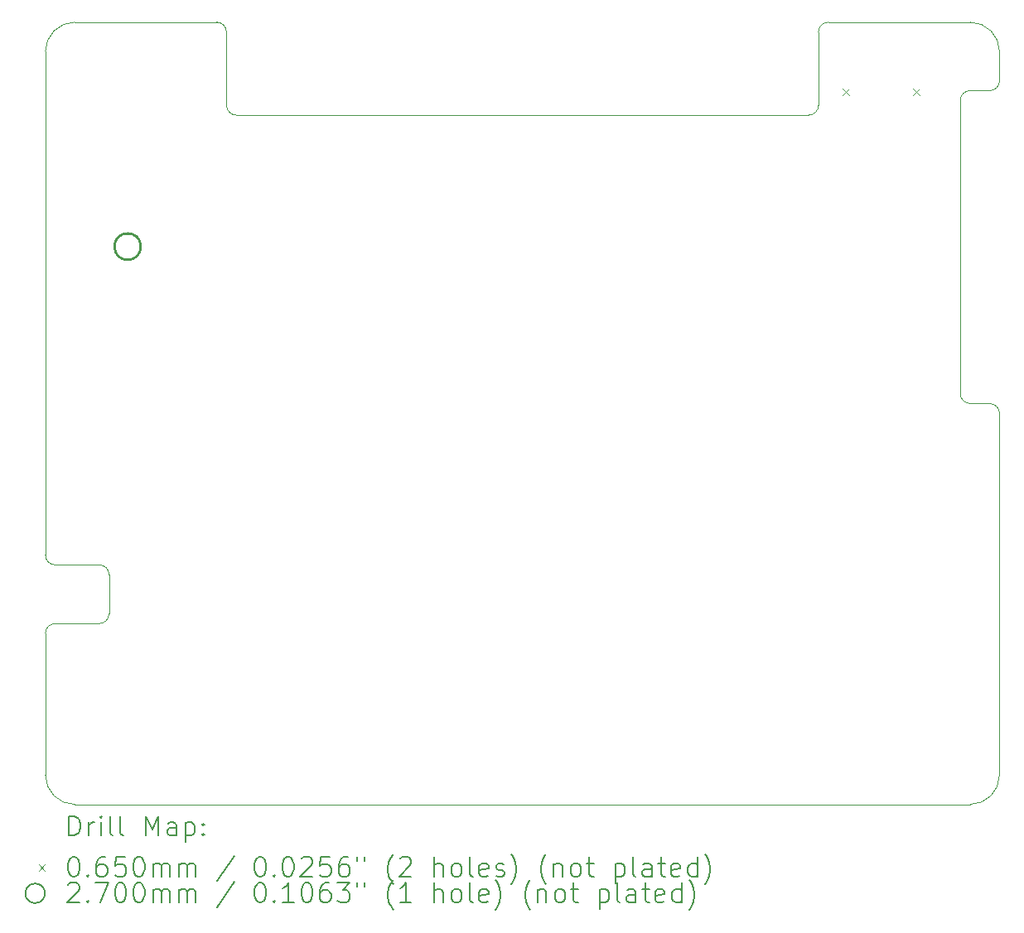
<source format=gbr>
%TF.GenerationSoftware,KiCad,Pcbnew,7.0.1*%
%TF.CreationDate,2023-06-08T02:50:05+01:00*%
%TF.ProjectId,DE10-lite_shield,44453130-2d6c-4697-9465-5f736869656c,rev?*%
%TF.SameCoordinates,Original*%
%TF.FileFunction,Drillmap*%
%TF.FilePolarity,Positive*%
%FSLAX45Y45*%
G04 Gerber Fmt 4.5, Leading zero omitted, Abs format (unit mm)*
G04 Created by KiCad (PCBNEW 7.0.1) date 2023-06-08 02:50:05*
%MOMM*%
%LPD*%
G01*
G04 APERTURE LIST*
%ADD10C,0.100000*%
%ADD11C,0.200000*%
%ADD12C,0.065000*%
%ADD13C,0.270000*%
G04 APERTURE END LIST*
D10*
X17800000Y-5950000D02*
G75*
G03*
X17900000Y-5850000I0J100000D01*
G01*
X19450000Y-5700000D02*
G75*
G03*
X19350000Y-5800000I0J-100000D01*
G01*
X19750000Y-12700000D02*
X19750000Y-9000000D01*
X10100000Y-10550000D02*
X10550000Y-10550000D01*
X17900000Y-5100000D02*
X17900000Y-5850000D01*
X19450000Y-13000000D02*
G75*
G03*
X19750000Y-12700000I0J300000D01*
G01*
X11850000Y-5100000D02*
G75*
G03*
X11750000Y-5000000I-100000J0D01*
G01*
X18000000Y-5000000D02*
G75*
G03*
X17900000Y-5100000I0J-100000D01*
G01*
X19650000Y-8900000D02*
X19450000Y-8900000D01*
X11850000Y-5850000D02*
G75*
G03*
X11950000Y-5950000I100000J0D01*
G01*
X10100000Y-11150000D02*
G75*
G03*
X10000000Y-11250000I0J-100000D01*
G01*
X19750000Y-9000000D02*
G75*
G03*
X19650000Y-8900000I-100000J0D01*
G01*
X10000000Y-5300000D02*
X10000000Y-10450000D01*
X19450000Y-5000000D02*
X18000000Y-5000000D01*
X19350000Y-8800000D02*
G75*
G03*
X19450000Y-8900000I100000J0D01*
G01*
X11750000Y-5000000D02*
X10300000Y-5000000D01*
X19450000Y-5700000D02*
X19650000Y-5700000D01*
X19750000Y-5300000D02*
G75*
G03*
X19450000Y-5000000I-300000J0D01*
G01*
X10300000Y-13000000D02*
X19450000Y-13000000D01*
X10650000Y-10650000D02*
G75*
G03*
X10550000Y-10550000I-100000J0D01*
G01*
X11850000Y-5850000D02*
X11850000Y-5100000D01*
X10000000Y-10450000D02*
G75*
G03*
X10100000Y-10550000I100000J0D01*
G01*
X19350000Y-8800000D02*
X19350000Y-5800000D01*
X10000000Y-12700000D02*
G75*
G03*
X10300000Y-13000000I300000J0D01*
G01*
X19650000Y-5700000D02*
G75*
G03*
X19750000Y-5600000I0J100000D01*
G01*
X17800000Y-5950000D02*
X11950000Y-5950000D01*
X10300000Y-5000000D02*
G75*
G03*
X10000000Y-5300000I0J-300000D01*
G01*
X10000000Y-11250000D02*
X10000000Y-12700000D01*
X10550000Y-11150000D02*
G75*
G03*
X10650000Y-11050000I0J100000D01*
G01*
X10550000Y-11150000D02*
X10100000Y-11150000D01*
X19750000Y-5600000D02*
X19750000Y-5300000D01*
X10650000Y-10650000D02*
X10650000Y-11050000D01*
D11*
D12*
X18147500Y-5681500D02*
X18212500Y-5746500D01*
X18212500Y-5681500D02*
X18147500Y-5746500D01*
X18867500Y-5681500D02*
X18932500Y-5746500D01*
X18932500Y-5681500D02*
X18867500Y-5746500D01*
D13*
X10975000Y-7295000D02*
G75*
G03*
X10975000Y-7295000I-135000J0D01*
G01*
D11*
X10242619Y-13317524D02*
X10242619Y-13117524D01*
X10242619Y-13117524D02*
X10290238Y-13117524D01*
X10290238Y-13117524D02*
X10318809Y-13127048D01*
X10318809Y-13127048D02*
X10337857Y-13146095D01*
X10337857Y-13146095D02*
X10347381Y-13165143D01*
X10347381Y-13165143D02*
X10356905Y-13203238D01*
X10356905Y-13203238D02*
X10356905Y-13231810D01*
X10356905Y-13231810D02*
X10347381Y-13269905D01*
X10347381Y-13269905D02*
X10337857Y-13288952D01*
X10337857Y-13288952D02*
X10318809Y-13308000D01*
X10318809Y-13308000D02*
X10290238Y-13317524D01*
X10290238Y-13317524D02*
X10242619Y-13317524D01*
X10442619Y-13317524D02*
X10442619Y-13184190D01*
X10442619Y-13222286D02*
X10452143Y-13203238D01*
X10452143Y-13203238D02*
X10461667Y-13193714D01*
X10461667Y-13193714D02*
X10480714Y-13184190D01*
X10480714Y-13184190D02*
X10499762Y-13184190D01*
X10566428Y-13317524D02*
X10566428Y-13184190D01*
X10566428Y-13117524D02*
X10556905Y-13127048D01*
X10556905Y-13127048D02*
X10566428Y-13136571D01*
X10566428Y-13136571D02*
X10575952Y-13127048D01*
X10575952Y-13127048D02*
X10566428Y-13117524D01*
X10566428Y-13117524D02*
X10566428Y-13136571D01*
X10690238Y-13317524D02*
X10671190Y-13308000D01*
X10671190Y-13308000D02*
X10661667Y-13288952D01*
X10661667Y-13288952D02*
X10661667Y-13117524D01*
X10795000Y-13317524D02*
X10775952Y-13308000D01*
X10775952Y-13308000D02*
X10766428Y-13288952D01*
X10766428Y-13288952D02*
X10766428Y-13117524D01*
X11023571Y-13317524D02*
X11023571Y-13117524D01*
X11023571Y-13117524D02*
X11090238Y-13260381D01*
X11090238Y-13260381D02*
X11156905Y-13117524D01*
X11156905Y-13117524D02*
X11156905Y-13317524D01*
X11337857Y-13317524D02*
X11337857Y-13212762D01*
X11337857Y-13212762D02*
X11328333Y-13193714D01*
X11328333Y-13193714D02*
X11309286Y-13184190D01*
X11309286Y-13184190D02*
X11271190Y-13184190D01*
X11271190Y-13184190D02*
X11252143Y-13193714D01*
X11337857Y-13308000D02*
X11318809Y-13317524D01*
X11318809Y-13317524D02*
X11271190Y-13317524D01*
X11271190Y-13317524D02*
X11252143Y-13308000D01*
X11252143Y-13308000D02*
X11242619Y-13288952D01*
X11242619Y-13288952D02*
X11242619Y-13269905D01*
X11242619Y-13269905D02*
X11252143Y-13250857D01*
X11252143Y-13250857D02*
X11271190Y-13241333D01*
X11271190Y-13241333D02*
X11318809Y-13241333D01*
X11318809Y-13241333D02*
X11337857Y-13231810D01*
X11433095Y-13184190D02*
X11433095Y-13384190D01*
X11433095Y-13193714D02*
X11452143Y-13184190D01*
X11452143Y-13184190D02*
X11490238Y-13184190D01*
X11490238Y-13184190D02*
X11509286Y-13193714D01*
X11509286Y-13193714D02*
X11518809Y-13203238D01*
X11518809Y-13203238D02*
X11528333Y-13222286D01*
X11528333Y-13222286D02*
X11528333Y-13279429D01*
X11528333Y-13279429D02*
X11518809Y-13298476D01*
X11518809Y-13298476D02*
X11509286Y-13308000D01*
X11509286Y-13308000D02*
X11490238Y-13317524D01*
X11490238Y-13317524D02*
X11452143Y-13317524D01*
X11452143Y-13317524D02*
X11433095Y-13308000D01*
X11614047Y-13298476D02*
X11623571Y-13308000D01*
X11623571Y-13308000D02*
X11614047Y-13317524D01*
X11614047Y-13317524D02*
X11604524Y-13308000D01*
X11604524Y-13308000D02*
X11614047Y-13298476D01*
X11614047Y-13298476D02*
X11614047Y-13317524D01*
X11614047Y-13193714D02*
X11623571Y-13203238D01*
X11623571Y-13203238D02*
X11614047Y-13212762D01*
X11614047Y-13212762D02*
X11604524Y-13203238D01*
X11604524Y-13203238D02*
X11614047Y-13193714D01*
X11614047Y-13193714D02*
X11614047Y-13212762D01*
D12*
X9930000Y-13612500D02*
X9995000Y-13677500D01*
X9995000Y-13612500D02*
X9930000Y-13677500D01*
D11*
X10280714Y-13537524D02*
X10299762Y-13537524D01*
X10299762Y-13537524D02*
X10318809Y-13547048D01*
X10318809Y-13547048D02*
X10328333Y-13556571D01*
X10328333Y-13556571D02*
X10337857Y-13575619D01*
X10337857Y-13575619D02*
X10347381Y-13613714D01*
X10347381Y-13613714D02*
X10347381Y-13661333D01*
X10347381Y-13661333D02*
X10337857Y-13699429D01*
X10337857Y-13699429D02*
X10328333Y-13718476D01*
X10328333Y-13718476D02*
X10318809Y-13728000D01*
X10318809Y-13728000D02*
X10299762Y-13737524D01*
X10299762Y-13737524D02*
X10280714Y-13737524D01*
X10280714Y-13737524D02*
X10261667Y-13728000D01*
X10261667Y-13728000D02*
X10252143Y-13718476D01*
X10252143Y-13718476D02*
X10242619Y-13699429D01*
X10242619Y-13699429D02*
X10233095Y-13661333D01*
X10233095Y-13661333D02*
X10233095Y-13613714D01*
X10233095Y-13613714D02*
X10242619Y-13575619D01*
X10242619Y-13575619D02*
X10252143Y-13556571D01*
X10252143Y-13556571D02*
X10261667Y-13547048D01*
X10261667Y-13547048D02*
X10280714Y-13537524D01*
X10433095Y-13718476D02*
X10442619Y-13728000D01*
X10442619Y-13728000D02*
X10433095Y-13737524D01*
X10433095Y-13737524D02*
X10423571Y-13728000D01*
X10423571Y-13728000D02*
X10433095Y-13718476D01*
X10433095Y-13718476D02*
X10433095Y-13737524D01*
X10614048Y-13537524D02*
X10575952Y-13537524D01*
X10575952Y-13537524D02*
X10556905Y-13547048D01*
X10556905Y-13547048D02*
X10547381Y-13556571D01*
X10547381Y-13556571D02*
X10528333Y-13585143D01*
X10528333Y-13585143D02*
X10518809Y-13623238D01*
X10518809Y-13623238D02*
X10518809Y-13699429D01*
X10518809Y-13699429D02*
X10528333Y-13718476D01*
X10528333Y-13718476D02*
X10537857Y-13728000D01*
X10537857Y-13728000D02*
X10556905Y-13737524D01*
X10556905Y-13737524D02*
X10595000Y-13737524D01*
X10595000Y-13737524D02*
X10614048Y-13728000D01*
X10614048Y-13728000D02*
X10623571Y-13718476D01*
X10623571Y-13718476D02*
X10633095Y-13699429D01*
X10633095Y-13699429D02*
X10633095Y-13651810D01*
X10633095Y-13651810D02*
X10623571Y-13632762D01*
X10623571Y-13632762D02*
X10614048Y-13623238D01*
X10614048Y-13623238D02*
X10595000Y-13613714D01*
X10595000Y-13613714D02*
X10556905Y-13613714D01*
X10556905Y-13613714D02*
X10537857Y-13623238D01*
X10537857Y-13623238D02*
X10528333Y-13632762D01*
X10528333Y-13632762D02*
X10518809Y-13651810D01*
X10814048Y-13537524D02*
X10718809Y-13537524D01*
X10718809Y-13537524D02*
X10709286Y-13632762D01*
X10709286Y-13632762D02*
X10718809Y-13623238D01*
X10718809Y-13623238D02*
X10737857Y-13613714D01*
X10737857Y-13613714D02*
X10785476Y-13613714D01*
X10785476Y-13613714D02*
X10804524Y-13623238D01*
X10804524Y-13623238D02*
X10814048Y-13632762D01*
X10814048Y-13632762D02*
X10823571Y-13651810D01*
X10823571Y-13651810D02*
X10823571Y-13699429D01*
X10823571Y-13699429D02*
X10814048Y-13718476D01*
X10814048Y-13718476D02*
X10804524Y-13728000D01*
X10804524Y-13728000D02*
X10785476Y-13737524D01*
X10785476Y-13737524D02*
X10737857Y-13737524D01*
X10737857Y-13737524D02*
X10718809Y-13728000D01*
X10718809Y-13728000D02*
X10709286Y-13718476D01*
X10947381Y-13537524D02*
X10966429Y-13537524D01*
X10966429Y-13537524D02*
X10985476Y-13547048D01*
X10985476Y-13547048D02*
X10995000Y-13556571D01*
X10995000Y-13556571D02*
X11004524Y-13575619D01*
X11004524Y-13575619D02*
X11014048Y-13613714D01*
X11014048Y-13613714D02*
X11014048Y-13661333D01*
X11014048Y-13661333D02*
X11004524Y-13699429D01*
X11004524Y-13699429D02*
X10995000Y-13718476D01*
X10995000Y-13718476D02*
X10985476Y-13728000D01*
X10985476Y-13728000D02*
X10966429Y-13737524D01*
X10966429Y-13737524D02*
X10947381Y-13737524D01*
X10947381Y-13737524D02*
X10928333Y-13728000D01*
X10928333Y-13728000D02*
X10918809Y-13718476D01*
X10918809Y-13718476D02*
X10909286Y-13699429D01*
X10909286Y-13699429D02*
X10899762Y-13661333D01*
X10899762Y-13661333D02*
X10899762Y-13613714D01*
X10899762Y-13613714D02*
X10909286Y-13575619D01*
X10909286Y-13575619D02*
X10918809Y-13556571D01*
X10918809Y-13556571D02*
X10928333Y-13547048D01*
X10928333Y-13547048D02*
X10947381Y-13537524D01*
X11099762Y-13737524D02*
X11099762Y-13604190D01*
X11099762Y-13623238D02*
X11109286Y-13613714D01*
X11109286Y-13613714D02*
X11128333Y-13604190D01*
X11128333Y-13604190D02*
X11156905Y-13604190D01*
X11156905Y-13604190D02*
X11175952Y-13613714D01*
X11175952Y-13613714D02*
X11185476Y-13632762D01*
X11185476Y-13632762D02*
X11185476Y-13737524D01*
X11185476Y-13632762D02*
X11195000Y-13613714D01*
X11195000Y-13613714D02*
X11214047Y-13604190D01*
X11214047Y-13604190D02*
X11242619Y-13604190D01*
X11242619Y-13604190D02*
X11261667Y-13613714D01*
X11261667Y-13613714D02*
X11271190Y-13632762D01*
X11271190Y-13632762D02*
X11271190Y-13737524D01*
X11366428Y-13737524D02*
X11366428Y-13604190D01*
X11366428Y-13623238D02*
X11375952Y-13613714D01*
X11375952Y-13613714D02*
X11395000Y-13604190D01*
X11395000Y-13604190D02*
X11423571Y-13604190D01*
X11423571Y-13604190D02*
X11442619Y-13613714D01*
X11442619Y-13613714D02*
X11452143Y-13632762D01*
X11452143Y-13632762D02*
X11452143Y-13737524D01*
X11452143Y-13632762D02*
X11461667Y-13613714D01*
X11461667Y-13613714D02*
X11480714Y-13604190D01*
X11480714Y-13604190D02*
X11509286Y-13604190D01*
X11509286Y-13604190D02*
X11528333Y-13613714D01*
X11528333Y-13613714D02*
X11537857Y-13632762D01*
X11537857Y-13632762D02*
X11537857Y-13737524D01*
X11928333Y-13528000D02*
X11756905Y-13785143D01*
X12185476Y-13537524D02*
X12204524Y-13537524D01*
X12204524Y-13537524D02*
X12223571Y-13547048D01*
X12223571Y-13547048D02*
X12233095Y-13556571D01*
X12233095Y-13556571D02*
X12242619Y-13575619D01*
X12242619Y-13575619D02*
X12252143Y-13613714D01*
X12252143Y-13613714D02*
X12252143Y-13661333D01*
X12252143Y-13661333D02*
X12242619Y-13699429D01*
X12242619Y-13699429D02*
X12233095Y-13718476D01*
X12233095Y-13718476D02*
X12223571Y-13728000D01*
X12223571Y-13728000D02*
X12204524Y-13737524D01*
X12204524Y-13737524D02*
X12185476Y-13737524D01*
X12185476Y-13737524D02*
X12166429Y-13728000D01*
X12166429Y-13728000D02*
X12156905Y-13718476D01*
X12156905Y-13718476D02*
X12147381Y-13699429D01*
X12147381Y-13699429D02*
X12137857Y-13661333D01*
X12137857Y-13661333D02*
X12137857Y-13613714D01*
X12137857Y-13613714D02*
X12147381Y-13575619D01*
X12147381Y-13575619D02*
X12156905Y-13556571D01*
X12156905Y-13556571D02*
X12166429Y-13547048D01*
X12166429Y-13547048D02*
X12185476Y-13537524D01*
X12337857Y-13718476D02*
X12347381Y-13728000D01*
X12347381Y-13728000D02*
X12337857Y-13737524D01*
X12337857Y-13737524D02*
X12328333Y-13728000D01*
X12328333Y-13728000D02*
X12337857Y-13718476D01*
X12337857Y-13718476D02*
X12337857Y-13737524D01*
X12471190Y-13537524D02*
X12490238Y-13537524D01*
X12490238Y-13537524D02*
X12509286Y-13547048D01*
X12509286Y-13547048D02*
X12518810Y-13556571D01*
X12518810Y-13556571D02*
X12528333Y-13575619D01*
X12528333Y-13575619D02*
X12537857Y-13613714D01*
X12537857Y-13613714D02*
X12537857Y-13661333D01*
X12537857Y-13661333D02*
X12528333Y-13699429D01*
X12528333Y-13699429D02*
X12518810Y-13718476D01*
X12518810Y-13718476D02*
X12509286Y-13728000D01*
X12509286Y-13728000D02*
X12490238Y-13737524D01*
X12490238Y-13737524D02*
X12471190Y-13737524D01*
X12471190Y-13737524D02*
X12452143Y-13728000D01*
X12452143Y-13728000D02*
X12442619Y-13718476D01*
X12442619Y-13718476D02*
X12433095Y-13699429D01*
X12433095Y-13699429D02*
X12423571Y-13661333D01*
X12423571Y-13661333D02*
X12423571Y-13613714D01*
X12423571Y-13613714D02*
X12433095Y-13575619D01*
X12433095Y-13575619D02*
X12442619Y-13556571D01*
X12442619Y-13556571D02*
X12452143Y-13547048D01*
X12452143Y-13547048D02*
X12471190Y-13537524D01*
X12614048Y-13556571D02*
X12623571Y-13547048D01*
X12623571Y-13547048D02*
X12642619Y-13537524D01*
X12642619Y-13537524D02*
X12690238Y-13537524D01*
X12690238Y-13537524D02*
X12709286Y-13547048D01*
X12709286Y-13547048D02*
X12718810Y-13556571D01*
X12718810Y-13556571D02*
X12728333Y-13575619D01*
X12728333Y-13575619D02*
X12728333Y-13594667D01*
X12728333Y-13594667D02*
X12718810Y-13623238D01*
X12718810Y-13623238D02*
X12604524Y-13737524D01*
X12604524Y-13737524D02*
X12728333Y-13737524D01*
X12909286Y-13537524D02*
X12814048Y-13537524D01*
X12814048Y-13537524D02*
X12804524Y-13632762D01*
X12804524Y-13632762D02*
X12814048Y-13623238D01*
X12814048Y-13623238D02*
X12833095Y-13613714D01*
X12833095Y-13613714D02*
X12880714Y-13613714D01*
X12880714Y-13613714D02*
X12899762Y-13623238D01*
X12899762Y-13623238D02*
X12909286Y-13632762D01*
X12909286Y-13632762D02*
X12918810Y-13651810D01*
X12918810Y-13651810D02*
X12918810Y-13699429D01*
X12918810Y-13699429D02*
X12909286Y-13718476D01*
X12909286Y-13718476D02*
X12899762Y-13728000D01*
X12899762Y-13728000D02*
X12880714Y-13737524D01*
X12880714Y-13737524D02*
X12833095Y-13737524D01*
X12833095Y-13737524D02*
X12814048Y-13728000D01*
X12814048Y-13728000D02*
X12804524Y-13718476D01*
X13090238Y-13537524D02*
X13052143Y-13537524D01*
X13052143Y-13537524D02*
X13033095Y-13547048D01*
X13033095Y-13547048D02*
X13023571Y-13556571D01*
X13023571Y-13556571D02*
X13004524Y-13585143D01*
X13004524Y-13585143D02*
X12995000Y-13623238D01*
X12995000Y-13623238D02*
X12995000Y-13699429D01*
X12995000Y-13699429D02*
X13004524Y-13718476D01*
X13004524Y-13718476D02*
X13014048Y-13728000D01*
X13014048Y-13728000D02*
X13033095Y-13737524D01*
X13033095Y-13737524D02*
X13071191Y-13737524D01*
X13071191Y-13737524D02*
X13090238Y-13728000D01*
X13090238Y-13728000D02*
X13099762Y-13718476D01*
X13099762Y-13718476D02*
X13109286Y-13699429D01*
X13109286Y-13699429D02*
X13109286Y-13651810D01*
X13109286Y-13651810D02*
X13099762Y-13632762D01*
X13099762Y-13632762D02*
X13090238Y-13623238D01*
X13090238Y-13623238D02*
X13071191Y-13613714D01*
X13071191Y-13613714D02*
X13033095Y-13613714D01*
X13033095Y-13613714D02*
X13014048Y-13623238D01*
X13014048Y-13623238D02*
X13004524Y-13632762D01*
X13004524Y-13632762D02*
X12995000Y-13651810D01*
X13185476Y-13537524D02*
X13185476Y-13575619D01*
X13261667Y-13537524D02*
X13261667Y-13575619D01*
X13556905Y-13813714D02*
X13547381Y-13804190D01*
X13547381Y-13804190D02*
X13528333Y-13775619D01*
X13528333Y-13775619D02*
X13518810Y-13756571D01*
X13518810Y-13756571D02*
X13509286Y-13728000D01*
X13509286Y-13728000D02*
X13499762Y-13680381D01*
X13499762Y-13680381D02*
X13499762Y-13642286D01*
X13499762Y-13642286D02*
X13509286Y-13594667D01*
X13509286Y-13594667D02*
X13518810Y-13566095D01*
X13518810Y-13566095D02*
X13528333Y-13547048D01*
X13528333Y-13547048D02*
X13547381Y-13518476D01*
X13547381Y-13518476D02*
X13556905Y-13508952D01*
X13623572Y-13556571D02*
X13633095Y-13547048D01*
X13633095Y-13547048D02*
X13652143Y-13537524D01*
X13652143Y-13537524D02*
X13699762Y-13537524D01*
X13699762Y-13537524D02*
X13718810Y-13547048D01*
X13718810Y-13547048D02*
X13728333Y-13556571D01*
X13728333Y-13556571D02*
X13737857Y-13575619D01*
X13737857Y-13575619D02*
X13737857Y-13594667D01*
X13737857Y-13594667D02*
X13728333Y-13623238D01*
X13728333Y-13623238D02*
X13614048Y-13737524D01*
X13614048Y-13737524D02*
X13737857Y-13737524D01*
X13975953Y-13737524D02*
X13975953Y-13537524D01*
X14061667Y-13737524D02*
X14061667Y-13632762D01*
X14061667Y-13632762D02*
X14052143Y-13613714D01*
X14052143Y-13613714D02*
X14033095Y-13604190D01*
X14033095Y-13604190D02*
X14004524Y-13604190D01*
X14004524Y-13604190D02*
X13985476Y-13613714D01*
X13985476Y-13613714D02*
X13975953Y-13623238D01*
X14185476Y-13737524D02*
X14166429Y-13728000D01*
X14166429Y-13728000D02*
X14156905Y-13718476D01*
X14156905Y-13718476D02*
X14147381Y-13699429D01*
X14147381Y-13699429D02*
X14147381Y-13642286D01*
X14147381Y-13642286D02*
X14156905Y-13623238D01*
X14156905Y-13623238D02*
X14166429Y-13613714D01*
X14166429Y-13613714D02*
X14185476Y-13604190D01*
X14185476Y-13604190D02*
X14214048Y-13604190D01*
X14214048Y-13604190D02*
X14233095Y-13613714D01*
X14233095Y-13613714D02*
X14242619Y-13623238D01*
X14242619Y-13623238D02*
X14252143Y-13642286D01*
X14252143Y-13642286D02*
X14252143Y-13699429D01*
X14252143Y-13699429D02*
X14242619Y-13718476D01*
X14242619Y-13718476D02*
X14233095Y-13728000D01*
X14233095Y-13728000D02*
X14214048Y-13737524D01*
X14214048Y-13737524D02*
X14185476Y-13737524D01*
X14366429Y-13737524D02*
X14347381Y-13728000D01*
X14347381Y-13728000D02*
X14337857Y-13708952D01*
X14337857Y-13708952D02*
X14337857Y-13537524D01*
X14518810Y-13728000D02*
X14499762Y-13737524D01*
X14499762Y-13737524D02*
X14461667Y-13737524D01*
X14461667Y-13737524D02*
X14442619Y-13728000D01*
X14442619Y-13728000D02*
X14433095Y-13708952D01*
X14433095Y-13708952D02*
X14433095Y-13632762D01*
X14433095Y-13632762D02*
X14442619Y-13613714D01*
X14442619Y-13613714D02*
X14461667Y-13604190D01*
X14461667Y-13604190D02*
X14499762Y-13604190D01*
X14499762Y-13604190D02*
X14518810Y-13613714D01*
X14518810Y-13613714D02*
X14528334Y-13632762D01*
X14528334Y-13632762D02*
X14528334Y-13651810D01*
X14528334Y-13651810D02*
X14433095Y-13670857D01*
X14604524Y-13728000D02*
X14623572Y-13737524D01*
X14623572Y-13737524D02*
X14661667Y-13737524D01*
X14661667Y-13737524D02*
X14680715Y-13728000D01*
X14680715Y-13728000D02*
X14690238Y-13708952D01*
X14690238Y-13708952D02*
X14690238Y-13699429D01*
X14690238Y-13699429D02*
X14680715Y-13680381D01*
X14680715Y-13680381D02*
X14661667Y-13670857D01*
X14661667Y-13670857D02*
X14633095Y-13670857D01*
X14633095Y-13670857D02*
X14614048Y-13661333D01*
X14614048Y-13661333D02*
X14604524Y-13642286D01*
X14604524Y-13642286D02*
X14604524Y-13632762D01*
X14604524Y-13632762D02*
X14614048Y-13613714D01*
X14614048Y-13613714D02*
X14633095Y-13604190D01*
X14633095Y-13604190D02*
X14661667Y-13604190D01*
X14661667Y-13604190D02*
X14680715Y-13613714D01*
X14756905Y-13813714D02*
X14766429Y-13804190D01*
X14766429Y-13804190D02*
X14785476Y-13775619D01*
X14785476Y-13775619D02*
X14795000Y-13756571D01*
X14795000Y-13756571D02*
X14804524Y-13728000D01*
X14804524Y-13728000D02*
X14814048Y-13680381D01*
X14814048Y-13680381D02*
X14814048Y-13642286D01*
X14814048Y-13642286D02*
X14804524Y-13594667D01*
X14804524Y-13594667D02*
X14795000Y-13566095D01*
X14795000Y-13566095D02*
X14785476Y-13547048D01*
X14785476Y-13547048D02*
X14766429Y-13518476D01*
X14766429Y-13518476D02*
X14756905Y-13508952D01*
X15118810Y-13813714D02*
X15109286Y-13804190D01*
X15109286Y-13804190D02*
X15090238Y-13775619D01*
X15090238Y-13775619D02*
X15080715Y-13756571D01*
X15080715Y-13756571D02*
X15071191Y-13728000D01*
X15071191Y-13728000D02*
X15061667Y-13680381D01*
X15061667Y-13680381D02*
X15061667Y-13642286D01*
X15061667Y-13642286D02*
X15071191Y-13594667D01*
X15071191Y-13594667D02*
X15080715Y-13566095D01*
X15080715Y-13566095D02*
X15090238Y-13547048D01*
X15090238Y-13547048D02*
X15109286Y-13518476D01*
X15109286Y-13518476D02*
X15118810Y-13508952D01*
X15195000Y-13604190D02*
X15195000Y-13737524D01*
X15195000Y-13623238D02*
X15204524Y-13613714D01*
X15204524Y-13613714D02*
X15223572Y-13604190D01*
X15223572Y-13604190D02*
X15252143Y-13604190D01*
X15252143Y-13604190D02*
X15271191Y-13613714D01*
X15271191Y-13613714D02*
X15280715Y-13632762D01*
X15280715Y-13632762D02*
X15280715Y-13737524D01*
X15404524Y-13737524D02*
X15385476Y-13728000D01*
X15385476Y-13728000D02*
X15375953Y-13718476D01*
X15375953Y-13718476D02*
X15366429Y-13699429D01*
X15366429Y-13699429D02*
X15366429Y-13642286D01*
X15366429Y-13642286D02*
X15375953Y-13623238D01*
X15375953Y-13623238D02*
X15385476Y-13613714D01*
X15385476Y-13613714D02*
X15404524Y-13604190D01*
X15404524Y-13604190D02*
X15433096Y-13604190D01*
X15433096Y-13604190D02*
X15452143Y-13613714D01*
X15452143Y-13613714D02*
X15461667Y-13623238D01*
X15461667Y-13623238D02*
X15471191Y-13642286D01*
X15471191Y-13642286D02*
X15471191Y-13699429D01*
X15471191Y-13699429D02*
X15461667Y-13718476D01*
X15461667Y-13718476D02*
X15452143Y-13728000D01*
X15452143Y-13728000D02*
X15433096Y-13737524D01*
X15433096Y-13737524D02*
X15404524Y-13737524D01*
X15528334Y-13604190D02*
X15604524Y-13604190D01*
X15556905Y-13537524D02*
X15556905Y-13708952D01*
X15556905Y-13708952D02*
X15566429Y-13728000D01*
X15566429Y-13728000D02*
X15585476Y-13737524D01*
X15585476Y-13737524D02*
X15604524Y-13737524D01*
X15823572Y-13604190D02*
X15823572Y-13804190D01*
X15823572Y-13613714D02*
X15842619Y-13604190D01*
X15842619Y-13604190D02*
X15880715Y-13604190D01*
X15880715Y-13604190D02*
X15899762Y-13613714D01*
X15899762Y-13613714D02*
X15909286Y-13623238D01*
X15909286Y-13623238D02*
X15918810Y-13642286D01*
X15918810Y-13642286D02*
X15918810Y-13699429D01*
X15918810Y-13699429D02*
X15909286Y-13718476D01*
X15909286Y-13718476D02*
X15899762Y-13728000D01*
X15899762Y-13728000D02*
X15880715Y-13737524D01*
X15880715Y-13737524D02*
X15842619Y-13737524D01*
X15842619Y-13737524D02*
X15823572Y-13728000D01*
X16033096Y-13737524D02*
X16014048Y-13728000D01*
X16014048Y-13728000D02*
X16004524Y-13708952D01*
X16004524Y-13708952D02*
X16004524Y-13537524D01*
X16195000Y-13737524D02*
X16195000Y-13632762D01*
X16195000Y-13632762D02*
X16185477Y-13613714D01*
X16185477Y-13613714D02*
X16166429Y-13604190D01*
X16166429Y-13604190D02*
X16128334Y-13604190D01*
X16128334Y-13604190D02*
X16109286Y-13613714D01*
X16195000Y-13728000D02*
X16175953Y-13737524D01*
X16175953Y-13737524D02*
X16128334Y-13737524D01*
X16128334Y-13737524D02*
X16109286Y-13728000D01*
X16109286Y-13728000D02*
X16099762Y-13708952D01*
X16099762Y-13708952D02*
X16099762Y-13689905D01*
X16099762Y-13689905D02*
X16109286Y-13670857D01*
X16109286Y-13670857D02*
X16128334Y-13661333D01*
X16128334Y-13661333D02*
X16175953Y-13661333D01*
X16175953Y-13661333D02*
X16195000Y-13651810D01*
X16261667Y-13604190D02*
X16337857Y-13604190D01*
X16290238Y-13537524D02*
X16290238Y-13708952D01*
X16290238Y-13708952D02*
X16299762Y-13728000D01*
X16299762Y-13728000D02*
X16318810Y-13737524D01*
X16318810Y-13737524D02*
X16337857Y-13737524D01*
X16480715Y-13728000D02*
X16461667Y-13737524D01*
X16461667Y-13737524D02*
X16423572Y-13737524D01*
X16423572Y-13737524D02*
X16404524Y-13728000D01*
X16404524Y-13728000D02*
X16395000Y-13708952D01*
X16395000Y-13708952D02*
X16395000Y-13632762D01*
X16395000Y-13632762D02*
X16404524Y-13613714D01*
X16404524Y-13613714D02*
X16423572Y-13604190D01*
X16423572Y-13604190D02*
X16461667Y-13604190D01*
X16461667Y-13604190D02*
X16480715Y-13613714D01*
X16480715Y-13613714D02*
X16490238Y-13632762D01*
X16490238Y-13632762D02*
X16490238Y-13651810D01*
X16490238Y-13651810D02*
X16395000Y-13670857D01*
X16661667Y-13737524D02*
X16661667Y-13537524D01*
X16661667Y-13728000D02*
X16642619Y-13737524D01*
X16642619Y-13737524D02*
X16604524Y-13737524D01*
X16604524Y-13737524D02*
X16585477Y-13728000D01*
X16585477Y-13728000D02*
X16575953Y-13718476D01*
X16575953Y-13718476D02*
X16566429Y-13699429D01*
X16566429Y-13699429D02*
X16566429Y-13642286D01*
X16566429Y-13642286D02*
X16575953Y-13623238D01*
X16575953Y-13623238D02*
X16585477Y-13613714D01*
X16585477Y-13613714D02*
X16604524Y-13604190D01*
X16604524Y-13604190D02*
X16642619Y-13604190D01*
X16642619Y-13604190D02*
X16661667Y-13613714D01*
X16737858Y-13813714D02*
X16747381Y-13804190D01*
X16747381Y-13804190D02*
X16766429Y-13775619D01*
X16766429Y-13775619D02*
X16775953Y-13756571D01*
X16775953Y-13756571D02*
X16785477Y-13728000D01*
X16785477Y-13728000D02*
X16795000Y-13680381D01*
X16795000Y-13680381D02*
X16795000Y-13642286D01*
X16795000Y-13642286D02*
X16785477Y-13594667D01*
X16785477Y-13594667D02*
X16775953Y-13566095D01*
X16775953Y-13566095D02*
X16766429Y-13547048D01*
X16766429Y-13547048D02*
X16747381Y-13518476D01*
X16747381Y-13518476D02*
X16737858Y-13508952D01*
X9995000Y-13909000D02*
G75*
G03*
X9995000Y-13909000I-100000J0D01*
G01*
X10233095Y-13820571D02*
X10242619Y-13811048D01*
X10242619Y-13811048D02*
X10261667Y-13801524D01*
X10261667Y-13801524D02*
X10309286Y-13801524D01*
X10309286Y-13801524D02*
X10328333Y-13811048D01*
X10328333Y-13811048D02*
X10337857Y-13820571D01*
X10337857Y-13820571D02*
X10347381Y-13839619D01*
X10347381Y-13839619D02*
X10347381Y-13858667D01*
X10347381Y-13858667D02*
X10337857Y-13887238D01*
X10337857Y-13887238D02*
X10223571Y-14001524D01*
X10223571Y-14001524D02*
X10347381Y-14001524D01*
X10433095Y-13982476D02*
X10442619Y-13992000D01*
X10442619Y-13992000D02*
X10433095Y-14001524D01*
X10433095Y-14001524D02*
X10423571Y-13992000D01*
X10423571Y-13992000D02*
X10433095Y-13982476D01*
X10433095Y-13982476D02*
X10433095Y-14001524D01*
X10509286Y-13801524D02*
X10642619Y-13801524D01*
X10642619Y-13801524D02*
X10556905Y-14001524D01*
X10756905Y-13801524D02*
X10775952Y-13801524D01*
X10775952Y-13801524D02*
X10795000Y-13811048D01*
X10795000Y-13811048D02*
X10804524Y-13820571D01*
X10804524Y-13820571D02*
X10814048Y-13839619D01*
X10814048Y-13839619D02*
X10823571Y-13877714D01*
X10823571Y-13877714D02*
X10823571Y-13925333D01*
X10823571Y-13925333D02*
X10814048Y-13963429D01*
X10814048Y-13963429D02*
X10804524Y-13982476D01*
X10804524Y-13982476D02*
X10795000Y-13992000D01*
X10795000Y-13992000D02*
X10775952Y-14001524D01*
X10775952Y-14001524D02*
X10756905Y-14001524D01*
X10756905Y-14001524D02*
X10737857Y-13992000D01*
X10737857Y-13992000D02*
X10728333Y-13982476D01*
X10728333Y-13982476D02*
X10718809Y-13963429D01*
X10718809Y-13963429D02*
X10709286Y-13925333D01*
X10709286Y-13925333D02*
X10709286Y-13877714D01*
X10709286Y-13877714D02*
X10718809Y-13839619D01*
X10718809Y-13839619D02*
X10728333Y-13820571D01*
X10728333Y-13820571D02*
X10737857Y-13811048D01*
X10737857Y-13811048D02*
X10756905Y-13801524D01*
X10947381Y-13801524D02*
X10966429Y-13801524D01*
X10966429Y-13801524D02*
X10985476Y-13811048D01*
X10985476Y-13811048D02*
X10995000Y-13820571D01*
X10995000Y-13820571D02*
X11004524Y-13839619D01*
X11004524Y-13839619D02*
X11014048Y-13877714D01*
X11014048Y-13877714D02*
X11014048Y-13925333D01*
X11014048Y-13925333D02*
X11004524Y-13963429D01*
X11004524Y-13963429D02*
X10995000Y-13982476D01*
X10995000Y-13982476D02*
X10985476Y-13992000D01*
X10985476Y-13992000D02*
X10966429Y-14001524D01*
X10966429Y-14001524D02*
X10947381Y-14001524D01*
X10947381Y-14001524D02*
X10928333Y-13992000D01*
X10928333Y-13992000D02*
X10918809Y-13982476D01*
X10918809Y-13982476D02*
X10909286Y-13963429D01*
X10909286Y-13963429D02*
X10899762Y-13925333D01*
X10899762Y-13925333D02*
X10899762Y-13877714D01*
X10899762Y-13877714D02*
X10909286Y-13839619D01*
X10909286Y-13839619D02*
X10918809Y-13820571D01*
X10918809Y-13820571D02*
X10928333Y-13811048D01*
X10928333Y-13811048D02*
X10947381Y-13801524D01*
X11099762Y-14001524D02*
X11099762Y-13868190D01*
X11099762Y-13887238D02*
X11109286Y-13877714D01*
X11109286Y-13877714D02*
X11128333Y-13868190D01*
X11128333Y-13868190D02*
X11156905Y-13868190D01*
X11156905Y-13868190D02*
X11175952Y-13877714D01*
X11175952Y-13877714D02*
X11185476Y-13896762D01*
X11185476Y-13896762D02*
X11185476Y-14001524D01*
X11185476Y-13896762D02*
X11195000Y-13877714D01*
X11195000Y-13877714D02*
X11214047Y-13868190D01*
X11214047Y-13868190D02*
X11242619Y-13868190D01*
X11242619Y-13868190D02*
X11261667Y-13877714D01*
X11261667Y-13877714D02*
X11271190Y-13896762D01*
X11271190Y-13896762D02*
X11271190Y-14001524D01*
X11366428Y-14001524D02*
X11366428Y-13868190D01*
X11366428Y-13887238D02*
X11375952Y-13877714D01*
X11375952Y-13877714D02*
X11395000Y-13868190D01*
X11395000Y-13868190D02*
X11423571Y-13868190D01*
X11423571Y-13868190D02*
X11442619Y-13877714D01*
X11442619Y-13877714D02*
X11452143Y-13896762D01*
X11452143Y-13896762D02*
X11452143Y-14001524D01*
X11452143Y-13896762D02*
X11461667Y-13877714D01*
X11461667Y-13877714D02*
X11480714Y-13868190D01*
X11480714Y-13868190D02*
X11509286Y-13868190D01*
X11509286Y-13868190D02*
X11528333Y-13877714D01*
X11528333Y-13877714D02*
X11537857Y-13896762D01*
X11537857Y-13896762D02*
X11537857Y-14001524D01*
X11928333Y-13792000D02*
X11756905Y-14049143D01*
X12185476Y-13801524D02*
X12204524Y-13801524D01*
X12204524Y-13801524D02*
X12223571Y-13811048D01*
X12223571Y-13811048D02*
X12233095Y-13820571D01*
X12233095Y-13820571D02*
X12242619Y-13839619D01*
X12242619Y-13839619D02*
X12252143Y-13877714D01*
X12252143Y-13877714D02*
X12252143Y-13925333D01*
X12252143Y-13925333D02*
X12242619Y-13963429D01*
X12242619Y-13963429D02*
X12233095Y-13982476D01*
X12233095Y-13982476D02*
X12223571Y-13992000D01*
X12223571Y-13992000D02*
X12204524Y-14001524D01*
X12204524Y-14001524D02*
X12185476Y-14001524D01*
X12185476Y-14001524D02*
X12166429Y-13992000D01*
X12166429Y-13992000D02*
X12156905Y-13982476D01*
X12156905Y-13982476D02*
X12147381Y-13963429D01*
X12147381Y-13963429D02*
X12137857Y-13925333D01*
X12137857Y-13925333D02*
X12137857Y-13877714D01*
X12137857Y-13877714D02*
X12147381Y-13839619D01*
X12147381Y-13839619D02*
X12156905Y-13820571D01*
X12156905Y-13820571D02*
X12166429Y-13811048D01*
X12166429Y-13811048D02*
X12185476Y-13801524D01*
X12337857Y-13982476D02*
X12347381Y-13992000D01*
X12347381Y-13992000D02*
X12337857Y-14001524D01*
X12337857Y-14001524D02*
X12328333Y-13992000D01*
X12328333Y-13992000D02*
X12337857Y-13982476D01*
X12337857Y-13982476D02*
X12337857Y-14001524D01*
X12537857Y-14001524D02*
X12423571Y-14001524D01*
X12480714Y-14001524D02*
X12480714Y-13801524D01*
X12480714Y-13801524D02*
X12461667Y-13830095D01*
X12461667Y-13830095D02*
X12442619Y-13849143D01*
X12442619Y-13849143D02*
X12423571Y-13858667D01*
X12661667Y-13801524D02*
X12680714Y-13801524D01*
X12680714Y-13801524D02*
X12699762Y-13811048D01*
X12699762Y-13811048D02*
X12709286Y-13820571D01*
X12709286Y-13820571D02*
X12718810Y-13839619D01*
X12718810Y-13839619D02*
X12728333Y-13877714D01*
X12728333Y-13877714D02*
X12728333Y-13925333D01*
X12728333Y-13925333D02*
X12718810Y-13963429D01*
X12718810Y-13963429D02*
X12709286Y-13982476D01*
X12709286Y-13982476D02*
X12699762Y-13992000D01*
X12699762Y-13992000D02*
X12680714Y-14001524D01*
X12680714Y-14001524D02*
X12661667Y-14001524D01*
X12661667Y-14001524D02*
X12642619Y-13992000D01*
X12642619Y-13992000D02*
X12633095Y-13982476D01*
X12633095Y-13982476D02*
X12623571Y-13963429D01*
X12623571Y-13963429D02*
X12614048Y-13925333D01*
X12614048Y-13925333D02*
X12614048Y-13877714D01*
X12614048Y-13877714D02*
X12623571Y-13839619D01*
X12623571Y-13839619D02*
X12633095Y-13820571D01*
X12633095Y-13820571D02*
X12642619Y-13811048D01*
X12642619Y-13811048D02*
X12661667Y-13801524D01*
X12899762Y-13801524D02*
X12861667Y-13801524D01*
X12861667Y-13801524D02*
X12842619Y-13811048D01*
X12842619Y-13811048D02*
X12833095Y-13820571D01*
X12833095Y-13820571D02*
X12814048Y-13849143D01*
X12814048Y-13849143D02*
X12804524Y-13887238D01*
X12804524Y-13887238D02*
X12804524Y-13963429D01*
X12804524Y-13963429D02*
X12814048Y-13982476D01*
X12814048Y-13982476D02*
X12823571Y-13992000D01*
X12823571Y-13992000D02*
X12842619Y-14001524D01*
X12842619Y-14001524D02*
X12880714Y-14001524D01*
X12880714Y-14001524D02*
X12899762Y-13992000D01*
X12899762Y-13992000D02*
X12909286Y-13982476D01*
X12909286Y-13982476D02*
X12918810Y-13963429D01*
X12918810Y-13963429D02*
X12918810Y-13915810D01*
X12918810Y-13915810D02*
X12909286Y-13896762D01*
X12909286Y-13896762D02*
X12899762Y-13887238D01*
X12899762Y-13887238D02*
X12880714Y-13877714D01*
X12880714Y-13877714D02*
X12842619Y-13877714D01*
X12842619Y-13877714D02*
X12823571Y-13887238D01*
X12823571Y-13887238D02*
X12814048Y-13896762D01*
X12814048Y-13896762D02*
X12804524Y-13915810D01*
X12985476Y-13801524D02*
X13109286Y-13801524D01*
X13109286Y-13801524D02*
X13042619Y-13877714D01*
X13042619Y-13877714D02*
X13071191Y-13877714D01*
X13071191Y-13877714D02*
X13090238Y-13887238D01*
X13090238Y-13887238D02*
X13099762Y-13896762D01*
X13099762Y-13896762D02*
X13109286Y-13915810D01*
X13109286Y-13915810D02*
X13109286Y-13963429D01*
X13109286Y-13963429D02*
X13099762Y-13982476D01*
X13099762Y-13982476D02*
X13090238Y-13992000D01*
X13090238Y-13992000D02*
X13071191Y-14001524D01*
X13071191Y-14001524D02*
X13014048Y-14001524D01*
X13014048Y-14001524D02*
X12995000Y-13992000D01*
X12995000Y-13992000D02*
X12985476Y-13982476D01*
X13185476Y-13801524D02*
X13185476Y-13839619D01*
X13261667Y-13801524D02*
X13261667Y-13839619D01*
X13556905Y-14077714D02*
X13547381Y-14068190D01*
X13547381Y-14068190D02*
X13528333Y-14039619D01*
X13528333Y-14039619D02*
X13518810Y-14020571D01*
X13518810Y-14020571D02*
X13509286Y-13992000D01*
X13509286Y-13992000D02*
X13499762Y-13944381D01*
X13499762Y-13944381D02*
X13499762Y-13906286D01*
X13499762Y-13906286D02*
X13509286Y-13858667D01*
X13509286Y-13858667D02*
X13518810Y-13830095D01*
X13518810Y-13830095D02*
X13528333Y-13811048D01*
X13528333Y-13811048D02*
X13547381Y-13782476D01*
X13547381Y-13782476D02*
X13556905Y-13772952D01*
X13737857Y-14001524D02*
X13623572Y-14001524D01*
X13680714Y-14001524D02*
X13680714Y-13801524D01*
X13680714Y-13801524D02*
X13661667Y-13830095D01*
X13661667Y-13830095D02*
X13642619Y-13849143D01*
X13642619Y-13849143D02*
X13623572Y-13858667D01*
X13975953Y-14001524D02*
X13975953Y-13801524D01*
X14061667Y-14001524D02*
X14061667Y-13896762D01*
X14061667Y-13896762D02*
X14052143Y-13877714D01*
X14052143Y-13877714D02*
X14033095Y-13868190D01*
X14033095Y-13868190D02*
X14004524Y-13868190D01*
X14004524Y-13868190D02*
X13985476Y-13877714D01*
X13985476Y-13877714D02*
X13975953Y-13887238D01*
X14185476Y-14001524D02*
X14166429Y-13992000D01*
X14166429Y-13992000D02*
X14156905Y-13982476D01*
X14156905Y-13982476D02*
X14147381Y-13963429D01*
X14147381Y-13963429D02*
X14147381Y-13906286D01*
X14147381Y-13906286D02*
X14156905Y-13887238D01*
X14156905Y-13887238D02*
X14166429Y-13877714D01*
X14166429Y-13877714D02*
X14185476Y-13868190D01*
X14185476Y-13868190D02*
X14214048Y-13868190D01*
X14214048Y-13868190D02*
X14233095Y-13877714D01*
X14233095Y-13877714D02*
X14242619Y-13887238D01*
X14242619Y-13887238D02*
X14252143Y-13906286D01*
X14252143Y-13906286D02*
X14252143Y-13963429D01*
X14252143Y-13963429D02*
X14242619Y-13982476D01*
X14242619Y-13982476D02*
X14233095Y-13992000D01*
X14233095Y-13992000D02*
X14214048Y-14001524D01*
X14214048Y-14001524D02*
X14185476Y-14001524D01*
X14366429Y-14001524D02*
X14347381Y-13992000D01*
X14347381Y-13992000D02*
X14337857Y-13972952D01*
X14337857Y-13972952D02*
X14337857Y-13801524D01*
X14518810Y-13992000D02*
X14499762Y-14001524D01*
X14499762Y-14001524D02*
X14461667Y-14001524D01*
X14461667Y-14001524D02*
X14442619Y-13992000D01*
X14442619Y-13992000D02*
X14433095Y-13972952D01*
X14433095Y-13972952D02*
X14433095Y-13896762D01*
X14433095Y-13896762D02*
X14442619Y-13877714D01*
X14442619Y-13877714D02*
X14461667Y-13868190D01*
X14461667Y-13868190D02*
X14499762Y-13868190D01*
X14499762Y-13868190D02*
X14518810Y-13877714D01*
X14518810Y-13877714D02*
X14528334Y-13896762D01*
X14528334Y-13896762D02*
X14528334Y-13915810D01*
X14528334Y-13915810D02*
X14433095Y-13934857D01*
X14595000Y-14077714D02*
X14604524Y-14068190D01*
X14604524Y-14068190D02*
X14623572Y-14039619D01*
X14623572Y-14039619D02*
X14633095Y-14020571D01*
X14633095Y-14020571D02*
X14642619Y-13992000D01*
X14642619Y-13992000D02*
X14652143Y-13944381D01*
X14652143Y-13944381D02*
X14652143Y-13906286D01*
X14652143Y-13906286D02*
X14642619Y-13858667D01*
X14642619Y-13858667D02*
X14633095Y-13830095D01*
X14633095Y-13830095D02*
X14623572Y-13811048D01*
X14623572Y-13811048D02*
X14604524Y-13782476D01*
X14604524Y-13782476D02*
X14595000Y-13772952D01*
X14956905Y-14077714D02*
X14947381Y-14068190D01*
X14947381Y-14068190D02*
X14928334Y-14039619D01*
X14928334Y-14039619D02*
X14918810Y-14020571D01*
X14918810Y-14020571D02*
X14909286Y-13992000D01*
X14909286Y-13992000D02*
X14899762Y-13944381D01*
X14899762Y-13944381D02*
X14899762Y-13906286D01*
X14899762Y-13906286D02*
X14909286Y-13858667D01*
X14909286Y-13858667D02*
X14918810Y-13830095D01*
X14918810Y-13830095D02*
X14928334Y-13811048D01*
X14928334Y-13811048D02*
X14947381Y-13782476D01*
X14947381Y-13782476D02*
X14956905Y-13772952D01*
X15033095Y-13868190D02*
X15033095Y-14001524D01*
X15033095Y-13887238D02*
X15042619Y-13877714D01*
X15042619Y-13877714D02*
X15061667Y-13868190D01*
X15061667Y-13868190D02*
X15090238Y-13868190D01*
X15090238Y-13868190D02*
X15109286Y-13877714D01*
X15109286Y-13877714D02*
X15118810Y-13896762D01*
X15118810Y-13896762D02*
X15118810Y-14001524D01*
X15242619Y-14001524D02*
X15223572Y-13992000D01*
X15223572Y-13992000D02*
X15214048Y-13982476D01*
X15214048Y-13982476D02*
X15204524Y-13963429D01*
X15204524Y-13963429D02*
X15204524Y-13906286D01*
X15204524Y-13906286D02*
X15214048Y-13887238D01*
X15214048Y-13887238D02*
X15223572Y-13877714D01*
X15223572Y-13877714D02*
X15242619Y-13868190D01*
X15242619Y-13868190D02*
X15271191Y-13868190D01*
X15271191Y-13868190D02*
X15290238Y-13877714D01*
X15290238Y-13877714D02*
X15299762Y-13887238D01*
X15299762Y-13887238D02*
X15309286Y-13906286D01*
X15309286Y-13906286D02*
X15309286Y-13963429D01*
X15309286Y-13963429D02*
X15299762Y-13982476D01*
X15299762Y-13982476D02*
X15290238Y-13992000D01*
X15290238Y-13992000D02*
X15271191Y-14001524D01*
X15271191Y-14001524D02*
X15242619Y-14001524D01*
X15366429Y-13868190D02*
X15442619Y-13868190D01*
X15395000Y-13801524D02*
X15395000Y-13972952D01*
X15395000Y-13972952D02*
X15404524Y-13992000D01*
X15404524Y-13992000D02*
X15423572Y-14001524D01*
X15423572Y-14001524D02*
X15442619Y-14001524D01*
X15661667Y-13868190D02*
X15661667Y-14068190D01*
X15661667Y-13877714D02*
X15680715Y-13868190D01*
X15680715Y-13868190D02*
X15718810Y-13868190D01*
X15718810Y-13868190D02*
X15737857Y-13877714D01*
X15737857Y-13877714D02*
X15747381Y-13887238D01*
X15747381Y-13887238D02*
X15756905Y-13906286D01*
X15756905Y-13906286D02*
X15756905Y-13963429D01*
X15756905Y-13963429D02*
X15747381Y-13982476D01*
X15747381Y-13982476D02*
X15737857Y-13992000D01*
X15737857Y-13992000D02*
X15718810Y-14001524D01*
X15718810Y-14001524D02*
X15680715Y-14001524D01*
X15680715Y-14001524D02*
X15661667Y-13992000D01*
X15871191Y-14001524D02*
X15852143Y-13992000D01*
X15852143Y-13992000D02*
X15842619Y-13972952D01*
X15842619Y-13972952D02*
X15842619Y-13801524D01*
X16033096Y-14001524D02*
X16033096Y-13896762D01*
X16033096Y-13896762D02*
X16023572Y-13877714D01*
X16023572Y-13877714D02*
X16004524Y-13868190D01*
X16004524Y-13868190D02*
X15966429Y-13868190D01*
X15966429Y-13868190D02*
X15947381Y-13877714D01*
X16033096Y-13992000D02*
X16014048Y-14001524D01*
X16014048Y-14001524D02*
X15966429Y-14001524D01*
X15966429Y-14001524D02*
X15947381Y-13992000D01*
X15947381Y-13992000D02*
X15937857Y-13972952D01*
X15937857Y-13972952D02*
X15937857Y-13953905D01*
X15937857Y-13953905D02*
X15947381Y-13934857D01*
X15947381Y-13934857D02*
X15966429Y-13925333D01*
X15966429Y-13925333D02*
X16014048Y-13925333D01*
X16014048Y-13925333D02*
X16033096Y-13915810D01*
X16099762Y-13868190D02*
X16175953Y-13868190D01*
X16128334Y-13801524D02*
X16128334Y-13972952D01*
X16128334Y-13972952D02*
X16137857Y-13992000D01*
X16137857Y-13992000D02*
X16156905Y-14001524D01*
X16156905Y-14001524D02*
X16175953Y-14001524D01*
X16318810Y-13992000D02*
X16299762Y-14001524D01*
X16299762Y-14001524D02*
X16261667Y-14001524D01*
X16261667Y-14001524D02*
X16242619Y-13992000D01*
X16242619Y-13992000D02*
X16233096Y-13972952D01*
X16233096Y-13972952D02*
X16233096Y-13896762D01*
X16233096Y-13896762D02*
X16242619Y-13877714D01*
X16242619Y-13877714D02*
X16261667Y-13868190D01*
X16261667Y-13868190D02*
X16299762Y-13868190D01*
X16299762Y-13868190D02*
X16318810Y-13877714D01*
X16318810Y-13877714D02*
X16328334Y-13896762D01*
X16328334Y-13896762D02*
X16328334Y-13915810D01*
X16328334Y-13915810D02*
X16233096Y-13934857D01*
X16499762Y-14001524D02*
X16499762Y-13801524D01*
X16499762Y-13992000D02*
X16480715Y-14001524D01*
X16480715Y-14001524D02*
X16442619Y-14001524D01*
X16442619Y-14001524D02*
X16423572Y-13992000D01*
X16423572Y-13992000D02*
X16414048Y-13982476D01*
X16414048Y-13982476D02*
X16404524Y-13963429D01*
X16404524Y-13963429D02*
X16404524Y-13906286D01*
X16404524Y-13906286D02*
X16414048Y-13887238D01*
X16414048Y-13887238D02*
X16423572Y-13877714D01*
X16423572Y-13877714D02*
X16442619Y-13868190D01*
X16442619Y-13868190D02*
X16480715Y-13868190D01*
X16480715Y-13868190D02*
X16499762Y-13877714D01*
X16575953Y-14077714D02*
X16585477Y-14068190D01*
X16585477Y-14068190D02*
X16604524Y-14039619D01*
X16604524Y-14039619D02*
X16614048Y-14020571D01*
X16614048Y-14020571D02*
X16623572Y-13992000D01*
X16623572Y-13992000D02*
X16633096Y-13944381D01*
X16633096Y-13944381D02*
X16633096Y-13906286D01*
X16633096Y-13906286D02*
X16623572Y-13858667D01*
X16623572Y-13858667D02*
X16614048Y-13830095D01*
X16614048Y-13830095D02*
X16604524Y-13811048D01*
X16604524Y-13811048D02*
X16585477Y-13782476D01*
X16585477Y-13782476D02*
X16575953Y-13772952D01*
M02*

</source>
